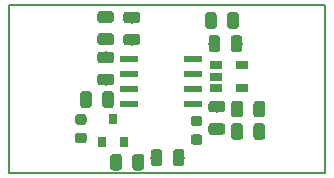
<source format=gbr>
G04 #@! TF.GenerationSoftware,KiCad,Pcbnew,5.1.0*
G04 #@! TF.CreationDate,2019-05-19T21:56:43+02:00*
G04 #@! TF.ProjectId,beeper,62656570-6572-42e6-9b69-6361645f7063,rev?*
G04 #@! TF.SameCoordinates,Original*
G04 #@! TF.FileFunction,Paste,Bot*
G04 #@! TF.FilePolarity,Positive*
%FSLAX46Y46*%
G04 Gerber Fmt 4.6, Leading zero omitted, Abs format (unit mm)*
G04 Created by KiCad (PCBNEW 5.1.0) date 2019-05-19 21:56:43*
%MOMM*%
%LPD*%
G04 APERTURE LIST*
%ADD10C,0.150000*%
%ADD11R,1.060000X0.650000*%
%ADD12C,0.100000*%
%ADD13C,0.875000*%
%ADD14C,0.975000*%
%ADD15R,0.800000X0.900000*%
%ADD16R,1.550000X0.600000*%
G04 APERTURE END LIST*
D10*
X136500000Y-108700000D02*
X136500000Y-94500000D01*
X163300000Y-108700000D02*
X136500000Y-108700000D01*
X163250000Y-94500000D02*
X163300000Y-108700000D01*
X136500000Y-94500000D02*
X163250000Y-94500000D01*
D11*
X154000000Y-101500000D03*
X154000000Y-100550000D03*
X154000000Y-99600000D03*
X156200000Y-99600000D03*
X156200000Y-101500000D03*
D12*
G36*
X142877691Y-105313553D02*
G01*
X142898926Y-105316703D01*
X142919750Y-105321919D01*
X142939962Y-105329151D01*
X142959368Y-105338330D01*
X142977781Y-105349366D01*
X142995024Y-105362154D01*
X143010930Y-105376570D01*
X143025346Y-105392476D01*
X143038134Y-105409719D01*
X143049170Y-105428132D01*
X143058349Y-105447538D01*
X143065581Y-105467750D01*
X143070797Y-105488574D01*
X143073947Y-105509809D01*
X143075000Y-105531250D01*
X143075000Y-105968750D01*
X143073947Y-105990191D01*
X143070797Y-106011426D01*
X143065581Y-106032250D01*
X143058349Y-106052462D01*
X143049170Y-106071868D01*
X143038134Y-106090281D01*
X143025346Y-106107524D01*
X143010930Y-106123430D01*
X142995024Y-106137846D01*
X142977781Y-106150634D01*
X142959368Y-106161670D01*
X142939962Y-106170849D01*
X142919750Y-106178081D01*
X142898926Y-106183297D01*
X142877691Y-106186447D01*
X142856250Y-106187500D01*
X142343750Y-106187500D01*
X142322309Y-106186447D01*
X142301074Y-106183297D01*
X142280250Y-106178081D01*
X142260038Y-106170849D01*
X142240632Y-106161670D01*
X142222219Y-106150634D01*
X142204976Y-106137846D01*
X142189070Y-106123430D01*
X142174654Y-106107524D01*
X142161866Y-106090281D01*
X142150830Y-106071868D01*
X142141651Y-106052462D01*
X142134419Y-106032250D01*
X142129203Y-106011426D01*
X142126053Y-105990191D01*
X142125000Y-105968750D01*
X142125000Y-105531250D01*
X142126053Y-105509809D01*
X142129203Y-105488574D01*
X142134419Y-105467750D01*
X142141651Y-105447538D01*
X142150830Y-105428132D01*
X142161866Y-105409719D01*
X142174654Y-105392476D01*
X142189070Y-105376570D01*
X142204976Y-105362154D01*
X142222219Y-105349366D01*
X142240632Y-105338330D01*
X142260038Y-105329151D01*
X142280250Y-105321919D01*
X142301074Y-105316703D01*
X142322309Y-105313553D01*
X142343750Y-105312500D01*
X142856250Y-105312500D01*
X142877691Y-105313553D01*
X142877691Y-105313553D01*
G37*
D13*
X142600000Y-105750000D03*
D12*
G36*
X142877691Y-103738553D02*
G01*
X142898926Y-103741703D01*
X142919750Y-103746919D01*
X142939962Y-103754151D01*
X142959368Y-103763330D01*
X142977781Y-103774366D01*
X142995024Y-103787154D01*
X143010930Y-103801570D01*
X143025346Y-103817476D01*
X143038134Y-103834719D01*
X143049170Y-103853132D01*
X143058349Y-103872538D01*
X143065581Y-103892750D01*
X143070797Y-103913574D01*
X143073947Y-103934809D01*
X143075000Y-103956250D01*
X143075000Y-104393750D01*
X143073947Y-104415191D01*
X143070797Y-104436426D01*
X143065581Y-104457250D01*
X143058349Y-104477462D01*
X143049170Y-104496868D01*
X143038134Y-104515281D01*
X143025346Y-104532524D01*
X143010930Y-104548430D01*
X142995024Y-104562846D01*
X142977781Y-104575634D01*
X142959368Y-104586670D01*
X142939962Y-104595849D01*
X142919750Y-104603081D01*
X142898926Y-104608297D01*
X142877691Y-104611447D01*
X142856250Y-104612500D01*
X142343750Y-104612500D01*
X142322309Y-104611447D01*
X142301074Y-104608297D01*
X142280250Y-104603081D01*
X142260038Y-104595849D01*
X142240632Y-104586670D01*
X142222219Y-104575634D01*
X142204976Y-104562846D01*
X142189070Y-104548430D01*
X142174654Y-104532524D01*
X142161866Y-104515281D01*
X142150830Y-104496868D01*
X142141651Y-104477462D01*
X142134419Y-104457250D01*
X142129203Y-104436426D01*
X142126053Y-104415191D01*
X142125000Y-104393750D01*
X142125000Y-103956250D01*
X142126053Y-103934809D01*
X142129203Y-103913574D01*
X142134419Y-103892750D01*
X142141651Y-103872538D01*
X142150830Y-103853132D01*
X142161866Y-103834719D01*
X142174654Y-103817476D01*
X142189070Y-103801570D01*
X142204976Y-103787154D01*
X142222219Y-103774366D01*
X142240632Y-103763330D01*
X142260038Y-103754151D01*
X142280250Y-103746919D01*
X142301074Y-103741703D01*
X142322309Y-103738553D01*
X142343750Y-103737500D01*
X142856250Y-103737500D01*
X142877691Y-103738553D01*
X142877691Y-103738553D01*
G37*
D13*
X142600000Y-104175000D03*
D12*
G36*
X154167642Y-97051174D02*
G01*
X154191303Y-97054684D01*
X154214507Y-97060496D01*
X154237029Y-97068554D01*
X154258653Y-97078782D01*
X154279170Y-97091079D01*
X154298383Y-97105329D01*
X154316107Y-97121393D01*
X154332171Y-97139117D01*
X154346421Y-97158330D01*
X154358718Y-97178847D01*
X154368946Y-97200471D01*
X154377004Y-97222993D01*
X154382816Y-97246197D01*
X154386326Y-97269858D01*
X154387500Y-97293750D01*
X154387500Y-98206250D01*
X154386326Y-98230142D01*
X154382816Y-98253803D01*
X154377004Y-98277007D01*
X154368946Y-98299529D01*
X154358718Y-98321153D01*
X154346421Y-98341670D01*
X154332171Y-98360883D01*
X154316107Y-98378607D01*
X154298383Y-98394671D01*
X154279170Y-98408921D01*
X154258653Y-98421218D01*
X154237029Y-98431446D01*
X154214507Y-98439504D01*
X154191303Y-98445316D01*
X154167642Y-98448826D01*
X154143750Y-98450000D01*
X153656250Y-98450000D01*
X153632358Y-98448826D01*
X153608697Y-98445316D01*
X153585493Y-98439504D01*
X153562971Y-98431446D01*
X153541347Y-98421218D01*
X153520830Y-98408921D01*
X153501617Y-98394671D01*
X153483893Y-98378607D01*
X153467829Y-98360883D01*
X153453579Y-98341670D01*
X153441282Y-98321153D01*
X153431054Y-98299529D01*
X153422996Y-98277007D01*
X153417184Y-98253803D01*
X153413674Y-98230142D01*
X153412500Y-98206250D01*
X153412500Y-97293750D01*
X153413674Y-97269858D01*
X153417184Y-97246197D01*
X153422996Y-97222993D01*
X153431054Y-97200471D01*
X153441282Y-97178847D01*
X153453579Y-97158330D01*
X153467829Y-97139117D01*
X153483893Y-97121393D01*
X153501617Y-97105329D01*
X153520830Y-97091079D01*
X153541347Y-97078782D01*
X153562971Y-97068554D01*
X153585493Y-97060496D01*
X153608697Y-97054684D01*
X153632358Y-97051174D01*
X153656250Y-97050000D01*
X154143750Y-97050000D01*
X154167642Y-97051174D01*
X154167642Y-97051174D01*
G37*
D14*
X153900000Y-97750000D03*
D12*
G36*
X156042642Y-97051174D02*
G01*
X156066303Y-97054684D01*
X156089507Y-97060496D01*
X156112029Y-97068554D01*
X156133653Y-97078782D01*
X156154170Y-97091079D01*
X156173383Y-97105329D01*
X156191107Y-97121393D01*
X156207171Y-97139117D01*
X156221421Y-97158330D01*
X156233718Y-97178847D01*
X156243946Y-97200471D01*
X156252004Y-97222993D01*
X156257816Y-97246197D01*
X156261326Y-97269858D01*
X156262500Y-97293750D01*
X156262500Y-98206250D01*
X156261326Y-98230142D01*
X156257816Y-98253803D01*
X156252004Y-98277007D01*
X156243946Y-98299529D01*
X156233718Y-98321153D01*
X156221421Y-98341670D01*
X156207171Y-98360883D01*
X156191107Y-98378607D01*
X156173383Y-98394671D01*
X156154170Y-98408921D01*
X156133653Y-98421218D01*
X156112029Y-98431446D01*
X156089507Y-98439504D01*
X156066303Y-98445316D01*
X156042642Y-98448826D01*
X156018750Y-98450000D01*
X155531250Y-98450000D01*
X155507358Y-98448826D01*
X155483697Y-98445316D01*
X155460493Y-98439504D01*
X155437971Y-98431446D01*
X155416347Y-98421218D01*
X155395830Y-98408921D01*
X155376617Y-98394671D01*
X155358893Y-98378607D01*
X155342829Y-98360883D01*
X155328579Y-98341670D01*
X155316282Y-98321153D01*
X155306054Y-98299529D01*
X155297996Y-98277007D01*
X155292184Y-98253803D01*
X155288674Y-98230142D01*
X155287500Y-98206250D01*
X155287500Y-97293750D01*
X155288674Y-97269858D01*
X155292184Y-97246197D01*
X155297996Y-97222993D01*
X155306054Y-97200471D01*
X155316282Y-97178847D01*
X155328579Y-97158330D01*
X155342829Y-97139117D01*
X155358893Y-97121393D01*
X155376617Y-97105329D01*
X155395830Y-97091079D01*
X155416347Y-97078782D01*
X155437971Y-97068554D01*
X155460493Y-97060496D01*
X155483697Y-97054684D01*
X155507358Y-97051174D01*
X155531250Y-97050000D01*
X156018750Y-97050000D01*
X156042642Y-97051174D01*
X156042642Y-97051174D01*
G37*
D14*
X155775000Y-97750000D03*
D12*
G36*
X152677691Y-105438553D02*
G01*
X152698926Y-105441703D01*
X152719750Y-105446919D01*
X152739962Y-105454151D01*
X152759368Y-105463330D01*
X152777781Y-105474366D01*
X152795024Y-105487154D01*
X152810930Y-105501570D01*
X152825346Y-105517476D01*
X152838134Y-105534719D01*
X152849170Y-105553132D01*
X152858349Y-105572538D01*
X152865581Y-105592750D01*
X152870797Y-105613574D01*
X152873947Y-105634809D01*
X152875000Y-105656250D01*
X152875000Y-106093750D01*
X152873947Y-106115191D01*
X152870797Y-106136426D01*
X152865581Y-106157250D01*
X152858349Y-106177462D01*
X152849170Y-106196868D01*
X152838134Y-106215281D01*
X152825346Y-106232524D01*
X152810930Y-106248430D01*
X152795024Y-106262846D01*
X152777781Y-106275634D01*
X152759368Y-106286670D01*
X152739962Y-106295849D01*
X152719750Y-106303081D01*
X152698926Y-106308297D01*
X152677691Y-106311447D01*
X152656250Y-106312500D01*
X152143750Y-106312500D01*
X152122309Y-106311447D01*
X152101074Y-106308297D01*
X152080250Y-106303081D01*
X152060038Y-106295849D01*
X152040632Y-106286670D01*
X152022219Y-106275634D01*
X152004976Y-106262846D01*
X151989070Y-106248430D01*
X151974654Y-106232524D01*
X151961866Y-106215281D01*
X151950830Y-106196868D01*
X151941651Y-106177462D01*
X151934419Y-106157250D01*
X151929203Y-106136426D01*
X151926053Y-106115191D01*
X151925000Y-106093750D01*
X151925000Y-105656250D01*
X151926053Y-105634809D01*
X151929203Y-105613574D01*
X151934419Y-105592750D01*
X151941651Y-105572538D01*
X151950830Y-105553132D01*
X151961866Y-105534719D01*
X151974654Y-105517476D01*
X151989070Y-105501570D01*
X152004976Y-105487154D01*
X152022219Y-105474366D01*
X152040632Y-105463330D01*
X152060038Y-105454151D01*
X152080250Y-105446919D01*
X152101074Y-105441703D01*
X152122309Y-105438553D01*
X152143750Y-105437500D01*
X152656250Y-105437500D01*
X152677691Y-105438553D01*
X152677691Y-105438553D01*
G37*
D13*
X152400000Y-105875000D03*
D12*
G36*
X152677691Y-103863553D02*
G01*
X152698926Y-103866703D01*
X152719750Y-103871919D01*
X152739962Y-103879151D01*
X152759368Y-103888330D01*
X152777781Y-103899366D01*
X152795024Y-103912154D01*
X152810930Y-103926570D01*
X152825346Y-103942476D01*
X152838134Y-103959719D01*
X152849170Y-103978132D01*
X152858349Y-103997538D01*
X152865581Y-104017750D01*
X152870797Y-104038574D01*
X152873947Y-104059809D01*
X152875000Y-104081250D01*
X152875000Y-104518750D01*
X152873947Y-104540191D01*
X152870797Y-104561426D01*
X152865581Y-104582250D01*
X152858349Y-104602462D01*
X152849170Y-104621868D01*
X152838134Y-104640281D01*
X152825346Y-104657524D01*
X152810930Y-104673430D01*
X152795024Y-104687846D01*
X152777781Y-104700634D01*
X152759368Y-104711670D01*
X152739962Y-104720849D01*
X152719750Y-104728081D01*
X152698926Y-104733297D01*
X152677691Y-104736447D01*
X152656250Y-104737500D01*
X152143750Y-104737500D01*
X152122309Y-104736447D01*
X152101074Y-104733297D01*
X152080250Y-104728081D01*
X152060038Y-104720849D01*
X152040632Y-104711670D01*
X152022219Y-104700634D01*
X152004976Y-104687846D01*
X151989070Y-104673430D01*
X151974654Y-104657524D01*
X151961866Y-104640281D01*
X151950830Y-104621868D01*
X151941651Y-104602462D01*
X151934419Y-104582250D01*
X151929203Y-104561426D01*
X151926053Y-104540191D01*
X151925000Y-104518750D01*
X151925000Y-104081250D01*
X151926053Y-104059809D01*
X151929203Y-104038574D01*
X151934419Y-104017750D01*
X151941651Y-103997538D01*
X151950830Y-103978132D01*
X151961866Y-103959719D01*
X151974654Y-103942476D01*
X151989070Y-103926570D01*
X152004976Y-103912154D01*
X152022219Y-103899366D01*
X152040632Y-103888330D01*
X152060038Y-103879151D01*
X152080250Y-103871919D01*
X152101074Y-103866703D01*
X152122309Y-103863553D01*
X152143750Y-103862500D01*
X152656250Y-103862500D01*
X152677691Y-103863553D01*
X152677691Y-103863553D01*
G37*
D13*
X152400000Y-104300000D03*
D12*
G36*
X154580142Y-102613674D02*
G01*
X154603803Y-102617184D01*
X154627007Y-102622996D01*
X154649529Y-102631054D01*
X154671153Y-102641282D01*
X154691670Y-102653579D01*
X154710883Y-102667829D01*
X154728607Y-102683893D01*
X154744671Y-102701617D01*
X154758921Y-102720830D01*
X154771218Y-102741347D01*
X154781446Y-102762971D01*
X154789504Y-102785493D01*
X154795316Y-102808697D01*
X154798826Y-102832358D01*
X154800000Y-102856250D01*
X154800000Y-103343750D01*
X154798826Y-103367642D01*
X154795316Y-103391303D01*
X154789504Y-103414507D01*
X154781446Y-103437029D01*
X154771218Y-103458653D01*
X154758921Y-103479170D01*
X154744671Y-103498383D01*
X154728607Y-103516107D01*
X154710883Y-103532171D01*
X154691670Y-103546421D01*
X154671153Y-103558718D01*
X154649529Y-103568946D01*
X154627007Y-103577004D01*
X154603803Y-103582816D01*
X154580142Y-103586326D01*
X154556250Y-103587500D01*
X153643750Y-103587500D01*
X153619858Y-103586326D01*
X153596197Y-103582816D01*
X153572993Y-103577004D01*
X153550471Y-103568946D01*
X153528847Y-103558718D01*
X153508330Y-103546421D01*
X153489117Y-103532171D01*
X153471393Y-103516107D01*
X153455329Y-103498383D01*
X153441079Y-103479170D01*
X153428782Y-103458653D01*
X153418554Y-103437029D01*
X153410496Y-103414507D01*
X153404684Y-103391303D01*
X153401174Y-103367642D01*
X153400000Y-103343750D01*
X153400000Y-102856250D01*
X153401174Y-102832358D01*
X153404684Y-102808697D01*
X153410496Y-102785493D01*
X153418554Y-102762971D01*
X153428782Y-102741347D01*
X153441079Y-102720830D01*
X153455329Y-102701617D01*
X153471393Y-102683893D01*
X153489117Y-102667829D01*
X153508330Y-102653579D01*
X153528847Y-102641282D01*
X153550471Y-102631054D01*
X153572993Y-102622996D01*
X153596197Y-102617184D01*
X153619858Y-102613674D01*
X153643750Y-102612500D01*
X154556250Y-102612500D01*
X154580142Y-102613674D01*
X154580142Y-102613674D01*
G37*
D14*
X154100000Y-103100000D03*
D12*
G36*
X154580142Y-104488674D02*
G01*
X154603803Y-104492184D01*
X154627007Y-104497996D01*
X154649529Y-104506054D01*
X154671153Y-104516282D01*
X154691670Y-104528579D01*
X154710883Y-104542829D01*
X154728607Y-104558893D01*
X154744671Y-104576617D01*
X154758921Y-104595830D01*
X154771218Y-104616347D01*
X154781446Y-104637971D01*
X154789504Y-104660493D01*
X154795316Y-104683697D01*
X154798826Y-104707358D01*
X154800000Y-104731250D01*
X154800000Y-105218750D01*
X154798826Y-105242642D01*
X154795316Y-105266303D01*
X154789504Y-105289507D01*
X154781446Y-105312029D01*
X154771218Y-105333653D01*
X154758921Y-105354170D01*
X154744671Y-105373383D01*
X154728607Y-105391107D01*
X154710883Y-105407171D01*
X154691670Y-105421421D01*
X154671153Y-105433718D01*
X154649529Y-105443946D01*
X154627007Y-105452004D01*
X154603803Y-105457816D01*
X154580142Y-105461326D01*
X154556250Y-105462500D01*
X153643750Y-105462500D01*
X153619858Y-105461326D01*
X153596197Y-105457816D01*
X153572993Y-105452004D01*
X153550471Y-105443946D01*
X153528847Y-105433718D01*
X153508330Y-105421421D01*
X153489117Y-105407171D01*
X153471393Y-105391107D01*
X153455329Y-105373383D01*
X153441079Y-105354170D01*
X153428782Y-105333653D01*
X153418554Y-105312029D01*
X153410496Y-105289507D01*
X153404684Y-105266303D01*
X153401174Y-105242642D01*
X153400000Y-105218750D01*
X153400000Y-104731250D01*
X153401174Y-104707358D01*
X153404684Y-104683697D01*
X153410496Y-104660493D01*
X153418554Y-104637971D01*
X153428782Y-104616347D01*
X153441079Y-104595830D01*
X153455329Y-104576617D01*
X153471393Y-104558893D01*
X153489117Y-104542829D01*
X153508330Y-104528579D01*
X153528847Y-104516282D01*
X153550471Y-104506054D01*
X153572993Y-104497996D01*
X153596197Y-104492184D01*
X153619858Y-104488674D01*
X153643750Y-104487500D01*
X154556250Y-104487500D01*
X154580142Y-104488674D01*
X154580142Y-104488674D01*
G37*
D14*
X154100000Y-104975000D03*
D15*
X146250000Y-106100000D03*
X144350000Y-106100000D03*
X145300000Y-104100000D03*
D12*
G36*
X157967642Y-104501174D02*
G01*
X157991303Y-104504684D01*
X158014507Y-104510496D01*
X158037029Y-104518554D01*
X158058653Y-104528782D01*
X158079170Y-104541079D01*
X158098383Y-104555329D01*
X158116107Y-104571393D01*
X158132171Y-104589117D01*
X158146421Y-104608330D01*
X158158718Y-104628847D01*
X158168946Y-104650471D01*
X158177004Y-104672993D01*
X158182816Y-104696197D01*
X158186326Y-104719858D01*
X158187500Y-104743750D01*
X158187500Y-105656250D01*
X158186326Y-105680142D01*
X158182816Y-105703803D01*
X158177004Y-105727007D01*
X158168946Y-105749529D01*
X158158718Y-105771153D01*
X158146421Y-105791670D01*
X158132171Y-105810883D01*
X158116107Y-105828607D01*
X158098383Y-105844671D01*
X158079170Y-105858921D01*
X158058653Y-105871218D01*
X158037029Y-105881446D01*
X158014507Y-105889504D01*
X157991303Y-105895316D01*
X157967642Y-105898826D01*
X157943750Y-105900000D01*
X157456250Y-105900000D01*
X157432358Y-105898826D01*
X157408697Y-105895316D01*
X157385493Y-105889504D01*
X157362971Y-105881446D01*
X157341347Y-105871218D01*
X157320830Y-105858921D01*
X157301617Y-105844671D01*
X157283893Y-105828607D01*
X157267829Y-105810883D01*
X157253579Y-105791670D01*
X157241282Y-105771153D01*
X157231054Y-105749529D01*
X157222996Y-105727007D01*
X157217184Y-105703803D01*
X157213674Y-105680142D01*
X157212500Y-105656250D01*
X157212500Y-104743750D01*
X157213674Y-104719858D01*
X157217184Y-104696197D01*
X157222996Y-104672993D01*
X157231054Y-104650471D01*
X157241282Y-104628847D01*
X157253579Y-104608330D01*
X157267829Y-104589117D01*
X157283893Y-104571393D01*
X157301617Y-104555329D01*
X157320830Y-104541079D01*
X157341347Y-104528782D01*
X157362971Y-104518554D01*
X157385493Y-104510496D01*
X157408697Y-104504684D01*
X157432358Y-104501174D01*
X157456250Y-104500000D01*
X157943750Y-104500000D01*
X157967642Y-104501174D01*
X157967642Y-104501174D01*
G37*
D14*
X157700000Y-105200000D03*
D12*
G36*
X156092642Y-104501174D02*
G01*
X156116303Y-104504684D01*
X156139507Y-104510496D01*
X156162029Y-104518554D01*
X156183653Y-104528782D01*
X156204170Y-104541079D01*
X156223383Y-104555329D01*
X156241107Y-104571393D01*
X156257171Y-104589117D01*
X156271421Y-104608330D01*
X156283718Y-104628847D01*
X156293946Y-104650471D01*
X156302004Y-104672993D01*
X156307816Y-104696197D01*
X156311326Y-104719858D01*
X156312500Y-104743750D01*
X156312500Y-105656250D01*
X156311326Y-105680142D01*
X156307816Y-105703803D01*
X156302004Y-105727007D01*
X156293946Y-105749529D01*
X156283718Y-105771153D01*
X156271421Y-105791670D01*
X156257171Y-105810883D01*
X156241107Y-105828607D01*
X156223383Y-105844671D01*
X156204170Y-105858921D01*
X156183653Y-105871218D01*
X156162029Y-105881446D01*
X156139507Y-105889504D01*
X156116303Y-105895316D01*
X156092642Y-105898826D01*
X156068750Y-105900000D01*
X155581250Y-105900000D01*
X155557358Y-105898826D01*
X155533697Y-105895316D01*
X155510493Y-105889504D01*
X155487971Y-105881446D01*
X155466347Y-105871218D01*
X155445830Y-105858921D01*
X155426617Y-105844671D01*
X155408893Y-105828607D01*
X155392829Y-105810883D01*
X155378579Y-105791670D01*
X155366282Y-105771153D01*
X155356054Y-105749529D01*
X155347996Y-105727007D01*
X155342184Y-105703803D01*
X155338674Y-105680142D01*
X155337500Y-105656250D01*
X155337500Y-104743750D01*
X155338674Y-104719858D01*
X155342184Y-104696197D01*
X155347996Y-104672993D01*
X155356054Y-104650471D01*
X155366282Y-104628847D01*
X155378579Y-104608330D01*
X155392829Y-104589117D01*
X155408893Y-104571393D01*
X155426617Y-104555329D01*
X155445830Y-104541079D01*
X155466347Y-104528782D01*
X155487971Y-104518554D01*
X155510493Y-104510496D01*
X155533697Y-104504684D01*
X155557358Y-104501174D01*
X155581250Y-104500000D01*
X156068750Y-104500000D01*
X156092642Y-104501174D01*
X156092642Y-104501174D01*
G37*
D14*
X155825000Y-105200000D03*
D12*
G36*
X147380142Y-96938674D02*
G01*
X147403803Y-96942184D01*
X147427007Y-96947996D01*
X147449529Y-96956054D01*
X147471153Y-96966282D01*
X147491670Y-96978579D01*
X147510883Y-96992829D01*
X147528607Y-97008893D01*
X147544671Y-97026617D01*
X147558921Y-97045830D01*
X147571218Y-97066347D01*
X147581446Y-97087971D01*
X147589504Y-97110493D01*
X147595316Y-97133697D01*
X147598826Y-97157358D01*
X147600000Y-97181250D01*
X147600000Y-97668750D01*
X147598826Y-97692642D01*
X147595316Y-97716303D01*
X147589504Y-97739507D01*
X147581446Y-97762029D01*
X147571218Y-97783653D01*
X147558921Y-97804170D01*
X147544671Y-97823383D01*
X147528607Y-97841107D01*
X147510883Y-97857171D01*
X147491670Y-97871421D01*
X147471153Y-97883718D01*
X147449529Y-97893946D01*
X147427007Y-97902004D01*
X147403803Y-97907816D01*
X147380142Y-97911326D01*
X147356250Y-97912500D01*
X146443750Y-97912500D01*
X146419858Y-97911326D01*
X146396197Y-97907816D01*
X146372993Y-97902004D01*
X146350471Y-97893946D01*
X146328847Y-97883718D01*
X146308330Y-97871421D01*
X146289117Y-97857171D01*
X146271393Y-97841107D01*
X146255329Y-97823383D01*
X146241079Y-97804170D01*
X146228782Y-97783653D01*
X146218554Y-97762029D01*
X146210496Y-97739507D01*
X146204684Y-97716303D01*
X146201174Y-97692642D01*
X146200000Y-97668750D01*
X146200000Y-97181250D01*
X146201174Y-97157358D01*
X146204684Y-97133697D01*
X146210496Y-97110493D01*
X146218554Y-97087971D01*
X146228782Y-97066347D01*
X146241079Y-97045830D01*
X146255329Y-97026617D01*
X146271393Y-97008893D01*
X146289117Y-96992829D01*
X146308330Y-96978579D01*
X146328847Y-96966282D01*
X146350471Y-96956054D01*
X146372993Y-96947996D01*
X146396197Y-96942184D01*
X146419858Y-96938674D01*
X146443750Y-96937500D01*
X147356250Y-96937500D01*
X147380142Y-96938674D01*
X147380142Y-96938674D01*
G37*
D14*
X146900000Y-97425000D03*
D12*
G36*
X147380142Y-95063674D02*
G01*
X147403803Y-95067184D01*
X147427007Y-95072996D01*
X147449529Y-95081054D01*
X147471153Y-95091282D01*
X147491670Y-95103579D01*
X147510883Y-95117829D01*
X147528607Y-95133893D01*
X147544671Y-95151617D01*
X147558921Y-95170830D01*
X147571218Y-95191347D01*
X147581446Y-95212971D01*
X147589504Y-95235493D01*
X147595316Y-95258697D01*
X147598826Y-95282358D01*
X147600000Y-95306250D01*
X147600000Y-95793750D01*
X147598826Y-95817642D01*
X147595316Y-95841303D01*
X147589504Y-95864507D01*
X147581446Y-95887029D01*
X147571218Y-95908653D01*
X147558921Y-95929170D01*
X147544671Y-95948383D01*
X147528607Y-95966107D01*
X147510883Y-95982171D01*
X147491670Y-95996421D01*
X147471153Y-96008718D01*
X147449529Y-96018946D01*
X147427007Y-96027004D01*
X147403803Y-96032816D01*
X147380142Y-96036326D01*
X147356250Y-96037500D01*
X146443750Y-96037500D01*
X146419858Y-96036326D01*
X146396197Y-96032816D01*
X146372993Y-96027004D01*
X146350471Y-96018946D01*
X146328847Y-96008718D01*
X146308330Y-95996421D01*
X146289117Y-95982171D01*
X146271393Y-95966107D01*
X146255329Y-95948383D01*
X146241079Y-95929170D01*
X146228782Y-95908653D01*
X146218554Y-95887029D01*
X146210496Y-95864507D01*
X146204684Y-95841303D01*
X146201174Y-95817642D01*
X146200000Y-95793750D01*
X146200000Y-95306250D01*
X146201174Y-95282358D01*
X146204684Y-95258697D01*
X146210496Y-95235493D01*
X146218554Y-95212971D01*
X146228782Y-95191347D01*
X146241079Y-95170830D01*
X146255329Y-95151617D01*
X146271393Y-95133893D01*
X146289117Y-95117829D01*
X146308330Y-95103579D01*
X146328847Y-95091282D01*
X146350471Y-95081054D01*
X146372993Y-95072996D01*
X146396197Y-95067184D01*
X146419858Y-95063674D01*
X146443750Y-95062500D01*
X147356250Y-95062500D01*
X147380142Y-95063674D01*
X147380142Y-95063674D01*
G37*
D14*
X146900000Y-95550000D03*
D12*
G36*
X145180142Y-100313674D02*
G01*
X145203803Y-100317184D01*
X145227007Y-100322996D01*
X145249529Y-100331054D01*
X145271153Y-100341282D01*
X145291670Y-100353579D01*
X145310883Y-100367829D01*
X145328607Y-100383893D01*
X145344671Y-100401617D01*
X145358921Y-100420830D01*
X145371218Y-100441347D01*
X145381446Y-100462971D01*
X145389504Y-100485493D01*
X145395316Y-100508697D01*
X145398826Y-100532358D01*
X145400000Y-100556250D01*
X145400000Y-101043750D01*
X145398826Y-101067642D01*
X145395316Y-101091303D01*
X145389504Y-101114507D01*
X145381446Y-101137029D01*
X145371218Y-101158653D01*
X145358921Y-101179170D01*
X145344671Y-101198383D01*
X145328607Y-101216107D01*
X145310883Y-101232171D01*
X145291670Y-101246421D01*
X145271153Y-101258718D01*
X145249529Y-101268946D01*
X145227007Y-101277004D01*
X145203803Y-101282816D01*
X145180142Y-101286326D01*
X145156250Y-101287500D01*
X144243750Y-101287500D01*
X144219858Y-101286326D01*
X144196197Y-101282816D01*
X144172993Y-101277004D01*
X144150471Y-101268946D01*
X144128847Y-101258718D01*
X144108330Y-101246421D01*
X144089117Y-101232171D01*
X144071393Y-101216107D01*
X144055329Y-101198383D01*
X144041079Y-101179170D01*
X144028782Y-101158653D01*
X144018554Y-101137029D01*
X144010496Y-101114507D01*
X144004684Y-101091303D01*
X144001174Y-101067642D01*
X144000000Y-101043750D01*
X144000000Y-100556250D01*
X144001174Y-100532358D01*
X144004684Y-100508697D01*
X144010496Y-100485493D01*
X144018554Y-100462971D01*
X144028782Y-100441347D01*
X144041079Y-100420830D01*
X144055329Y-100401617D01*
X144071393Y-100383893D01*
X144089117Y-100367829D01*
X144108330Y-100353579D01*
X144128847Y-100341282D01*
X144150471Y-100331054D01*
X144172993Y-100322996D01*
X144196197Y-100317184D01*
X144219858Y-100313674D01*
X144243750Y-100312500D01*
X145156250Y-100312500D01*
X145180142Y-100313674D01*
X145180142Y-100313674D01*
G37*
D14*
X144700000Y-100800000D03*
D12*
G36*
X145180142Y-98438674D02*
G01*
X145203803Y-98442184D01*
X145227007Y-98447996D01*
X145249529Y-98456054D01*
X145271153Y-98466282D01*
X145291670Y-98478579D01*
X145310883Y-98492829D01*
X145328607Y-98508893D01*
X145344671Y-98526617D01*
X145358921Y-98545830D01*
X145371218Y-98566347D01*
X145381446Y-98587971D01*
X145389504Y-98610493D01*
X145395316Y-98633697D01*
X145398826Y-98657358D01*
X145400000Y-98681250D01*
X145400000Y-99168750D01*
X145398826Y-99192642D01*
X145395316Y-99216303D01*
X145389504Y-99239507D01*
X145381446Y-99262029D01*
X145371218Y-99283653D01*
X145358921Y-99304170D01*
X145344671Y-99323383D01*
X145328607Y-99341107D01*
X145310883Y-99357171D01*
X145291670Y-99371421D01*
X145271153Y-99383718D01*
X145249529Y-99393946D01*
X145227007Y-99402004D01*
X145203803Y-99407816D01*
X145180142Y-99411326D01*
X145156250Y-99412500D01*
X144243750Y-99412500D01*
X144219858Y-99411326D01*
X144196197Y-99407816D01*
X144172993Y-99402004D01*
X144150471Y-99393946D01*
X144128847Y-99383718D01*
X144108330Y-99371421D01*
X144089117Y-99357171D01*
X144071393Y-99341107D01*
X144055329Y-99323383D01*
X144041079Y-99304170D01*
X144028782Y-99283653D01*
X144018554Y-99262029D01*
X144010496Y-99239507D01*
X144004684Y-99216303D01*
X144001174Y-99192642D01*
X144000000Y-99168750D01*
X144000000Y-98681250D01*
X144001174Y-98657358D01*
X144004684Y-98633697D01*
X144010496Y-98610493D01*
X144018554Y-98587971D01*
X144028782Y-98566347D01*
X144041079Y-98545830D01*
X144055329Y-98526617D01*
X144071393Y-98508893D01*
X144089117Y-98492829D01*
X144108330Y-98478579D01*
X144128847Y-98466282D01*
X144150471Y-98456054D01*
X144172993Y-98447996D01*
X144196197Y-98442184D01*
X144219858Y-98438674D01*
X144243750Y-98437500D01*
X145156250Y-98437500D01*
X145180142Y-98438674D01*
X145180142Y-98438674D01*
G37*
D14*
X144700000Y-98925000D03*
D12*
G36*
X145180142Y-96888674D02*
G01*
X145203803Y-96892184D01*
X145227007Y-96897996D01*
X145249529Y-96906054D01*
X145271153Y-96916282D01*
X145291670Y-96928579D01*
X145310883Y-96942829D01*
X145328607Y-96958893D01*
X145344671Y-96976617D01*
X145358921Y-96995830D01*
X145371218Y-97016347D01*
X145381446Y-97037971D01*
X145389504Y-97060493D01*
X145395316Y-97083697D01*
X145398826Y-97107358D01*
X145400000Y-97131250D01*
X145400000Y-97618750D01*
X145398826Y-97642642D01*
X145395316Y-97666303D01*
X145389504Y-97689507D01*
X145381446Y-97712029D01*
X145371218Y-97733653D01*
X145358921Y-97754170D01*
X145344671Y-97773383D01*
X145328607Y-97791107D01*
X145310883Y-97807171D01*
X145291670Y-97821421D01*
X145271153Y-97833718D01*
X145249529Y-97843946D01*
X145227007Y-97852004D01*
X145203803Y-97857816D01*
X145180142Y-97861326D01*
X145156250Y-97862500D01*
X144243750Y-97862500D01*
X144219858Y-97861326D01*
X144196197Y-97857816D01*
X144172993Y-97852004D01*
X144150471Y-97843946D01*
X144128847Y-97833718D01*
X144108330Y-97821421D01*
X144089117Y-97807171D01*
X144071393Y-97791107D01*
X144055329Y-97773383D01*
X144041079Y-97754170D01*
X144028782Y-97733653D01*
X144018554Y-97712029D01*
X144010496Y-97689507D01*
X144004684Y-97666303D01*
X144001174Y-97642642D01*
X144000000Y-97618750D01*
X144000000Y-97131250D01*
X144001174Y-97107358D01*
X144004684Y-97083697D01*
X144010496Y-97060493D01*
X144018554Y-97037971D01*
X144028782Y-97016347D01*
X144041079Y-96995830D01*
X144055329Y-96976617D01*
X144071393Y-96958893D01*
X144089117Y-96942829D01*
X144108330Y-96928579D01*
X144128847Y-96916282D01*
X144150471Y-96906054D01*
X144172993Y-96897996D01*
X144196197Y-96892184D01*
X144219858Y-96888674D01*
X144243750Y-96887500D01*
X145156250Y-96887500D01*
X145180142Y-96888674D01*
X145180142Y-96888674D01*
G37*
D14*
X144700000Y-97375000D03*
D12*
G36*
X145180142Y-95013674D02*
G01*
X145203803Y-95017184D01*
X145227007Y-95022996D01*
X145249529Y-95031054D01*
X145271153Y-95041282D01*
X145291670Y-95053579D01*
X145310883Y-95067829D01*
X145328607Y-95083893D01*
X145344671Y-95101617D01*
X145358921Y-95120830D01*
X145371218Y-95141347D01*
X145381446Y-95162971D01*
X145389504Y-95185493D01*
X145395316Y-95208697D01*
X145398826Y-95232358D01*
X145400000Y-95256250D01*
X145400000Y-95743750D01*
X145398826Y-95767642D01*
X145395316Y-95791303D01*
X145389504Y-95814507D01*
X145381446Y-95837029D01*
X145371218Y-95858653D01*
X145358921Y-95879170D01*
X145344671Y-95898383D01*
X145328607Y-95916107D01*
X145310883Y-95932171D01*
X145291670Y-95946421D01*
X145271153Y-95958718D01*
X145249529Y-95968946D01*
X145227007Y-95977004D01*
X145203803Y-95982816D01*
X145180142Y-95986326D01*
X145156250Y-95987500D01*
X144243750Y-95987500D01*
X144219858Y-95986326D01*
X144196197Y-95982816D01*
X144172993Y-95977004D01*
X144150471Y-95968946D01*
X144128847Y-95958718D01*
X144108330Y-95946421D01*
X144089117Y-95932171D01*
X144071393Y-95916107D01*
X144055329Y-95898383D01*
X144041079Y-95879170D01*
X144028782Y-95858653D01*
X144018554Y-95837029D01*
X144010496Y-95814507D01*
X144004684Y-95791303D01*
X144001174Y-95767642D01*
X144000000Y-95743750D01*
X144000000Y-95256250D01*
X144001174Y-95232358D01*
X144004684Y-95208697D01*
X144010496Y-95185493D01*
X144018554Y-95162971D01*
X144028782Y-95141347D01*
X144041079Y-95120830D01*
X144055329Y-95101617D01*
X144071393Y-95083893D01*
X144089117Y-95067829D01*
X144108330Y-95053579D01*
X144128847Y-95041282D01*
X144150471Y-95031054D01*
X144172993Y-95022996D01*
X144196197Y-95017184D01*
X144219858Y-95013674D01*
X144243750Y-95012500D01*
X145156250Y-95012500D01*
X145180142Y-95013674D01*
X145180142Y-95013674D01*
G37*
D14*
X144700000Y-95500000D03*
D12*
G36*
X145167642Y-101801174D02*
G01*
X145191303Y-101804684D01*
X145214507Y-101810496D01*
X145237029Y-101818554D01*
X145258653Y-101828782D01*
X145279170Y-101841079D01*
X145298383Y-101855329D01*
X145316107Y-101871393D01*
X145332171Y-101889117D01*
X145346421Y-101908330D01*
X145358718Y-101928847D01*
X145368946Y-101950471D01*
X145377004Y-101972993D01*
X145382816Y-101996197D01*
X145386326Y-102019858D01*
X145387500Y-102043750D01*
X145387500Y-102956250D01*
X145386326Y-102980142D01*
X145382816Y-103003803D01*
X145377004Y-103027007D01*
X145368946Y-103049529D01*
X145358718Y-103071153D01*
X145346421Y-103091670D01*
X145332171Y-103110883D01*
X145316107Y-103128607D01*
X145298383Y-103144671D01*
X145279170Y-103158921D01*
X145258653Y-103171218D01*
X145237029Y-103181446D01*
X145214507Y-103189504D01*
X145191303Y-103195316D01*
X145167642Y-103198826D01*
X145143750Y-103200000D01*
X144656250Y-103200000D01*
X144632358Y-103198826D01*
X144608697Y-103195316D01*
X144585493Y-103189504D01*
X144562971Y-103181446D01*
X144541347Y-103171218D01*
X144520830Y-103158921D01*
X144501617Y-103144671D01*
X144483893Y-103128607D01*
X144467829Y-103110883D01*
X144453579Y-103091670D01*
X144441282Y-103071153D01*
X144431054Y-103049529D01*
X144422996Y-103027007D01*
X144417184Y-103003803D01*
X144413674Y-102980142D01*
X144412500Y-102956250D01*
X144412500Y-102043750D01*
X144413674Y-102019858D01*
X144417184Y-101996197D01*
X144422996Y-101972993D01*
X144431054Y-101950471D01*
X144441282Y-101928847D01*
X144453579Y-101908330D01*
X144467829Y-101889117D01*
X144483893Y-101871393D01*
X144501617Y-101855329D01*
X144520830Y-101841079D01*
X144541347Y-101828782D01*
X144562971Y-101818554D01*
X144585493Y-101810496D01*
X144608697Y-101804684D01*
X144632358Y-101801174D01*
X144656250Y-101800000D01*
X145143750Y-101800000D01*
X145167642Y-101801174D01*
X145167642Y-101801174D01*
G37*
D14*
X144900000Y-102500000D03*
D12*
G36*
X143292642Y-101801174D02*
G01*
X143316303Y-101804684D01*
X143339507Y-101810496D01*
X143362029Y-101818554D01*
X143383653Y-101828782D01*
X143404170Y-101841079D01*
X143423383Y-101855329D01*
X143441107Y-101871393D01*
X143457171Y-101889117D01*
X143471421Y-101908330D01*
X143483718Y-101928847D01*
X143493946Y-101950471D01*
X143502004Y-101972993D01*
X143507816Y-101996197D01*
X143511326Y-102019858D01*
X143512500Y-102043750D01*
X143512500Y-102956250D01*
X143511326Y-102980142D01*
X143507816Y-103003803D01*
X143502004Y-103027007D01*
X143493946Y-103049529D01*
X143483718Y-103071153D01*
X143471421Y-103091670D01*
X143457171Y-103110883D01*
X143441107Y-103128607D01*
X143423383Y-103144671D01*
X143404170Y-103158921D01*
X143383653Y-103171218D01*
X143362029Y-103181446D01*
X143339507Y-103189504D01*
X143316303Y-103195316D01*
X143292642Y-103198826D01*
X143268750Y-103200000D01*
X142781250Y-103200000D01*
X142757358Y-103198826D01*
X142733697Y-103195316D01*
X142710493Y-103189504D01*
X142687971Y-103181446D01*
X142666347Y-103171218D01*
X142645830Y-103158921D01*
X142626617Y-103144671D01*
X142608893Y-103128607D01*
X142592829Y-103110883D01*
X142578579Y-103091670D01*
X142566282Y-103071153D01*
X142556054Y-103049529D01*
X142547996Y-103027007D01*
X142542184Y-103003803D01*
X142538674Y-102980142D01*
X142537500Y-102956250D01*
X142537500Y-102043750D01*
X142538674Y-102019858D01*
X142542184Y-101996197D01*
X142547996Y-101972993D01*
X142556054Y-101950471D01*
X142566282Y-101928847D01*
X142578579Y-101908330D01*
X142592829Y-101889117D01*
X142608893Y-101871393D01*
X142626617Y-101855329D01*
X142645830Y-101841079D01*
X142666347Y-101828782D01*
X142687971Y-101818554D01*
X142710493Y-101810496D01*
X142733697Y-101804684D01*
X142757358Y-101801174D01*
X142781250Y-101800000D01*
X143268750Y-101800000D01*
X143292642Y-101801174D01*
X143292642Y-101801174D01*
G37*
D14*
X143025000Y-102500000D03*
D12*
G36*
X155742642Y-95101174D02*
G01*
X155766303Y-95104684D01*
X155789507Y-95110496D01*
X155812029Y-95118554D01*
X155833653Y-95128782D01*
X155854170Y-95141079D01*
X155873383Y-95155329D01*
X155891107Y-95171393D01*
X155907171Y-95189117D01*
X155921421Y-95208330D01*
X155933718Y-95228847D01*
X155943946Y-95250471D01*
X155952004Y-95272993D01*
X155957816Y-95296197D01*
X155961326Y-95319858D01*
X155962500Y-95343750D01*
X155962500Y-96256250D01*
X155961326Y-96280142D01*
X155957816Y-96303803D01*
X155952004Y-96327007D01*
X155943946Y-96349529D01*
X155933718Y-96371153D01*
X155921421Y-96391670D01*
X155907171Y-96410883D01*
X155891107Y-96428607D01*
X155873383Y-96444671D01*
X155854170Y-96458921D01*
X155833653Y-96471218D01*
X155812029Y-96481446D01*
X155789507Y-96489504D01*
X155766303Y-96495316D01*
X155742642Y-96498826D01*
X155718750Y-96500000D01*
X155231250Y-96500000D01*
X155207358Y-96498826D01*
X155183697Y-96495316D01*
X155160493Y-96489504D01*
X155137971Y-96481446D01*
X155116347Y-96471218D01*
X155095830Y-96458921D01*
X155076617Y-96444671D01*
X155058893Y-96428607D01*
X155042829Y-96410883D01*
X155028579Y-96391670D01*
X155016282Y-96371153D01*
X155006054Y-96349529D01*
X154997996Y-96327007D01*
X154992184Y-96303803D01*
X154988674Y-96280142D01*
X154987500Y-96256250D01*
X154987500Y-95343750D01*
X154988674Y-95319858D01*
X154992184Y-95296197D01*
X154997996Y-95272993D01*
X155006054Y-95250471D01*
X155016282Y-95228847D01*
X155028579Y-95208330D01*
X155042829Y-95189117D01*
X155058893Y-95171393D01*
X155076617Y-95155329D01*
X155095830Y-95141079D01*
X155116347Y-95128782D01*
X155137971Y-95118554D01*
X155160493Y-95110496D01*
X155183697Y-95104684D01*
X155207358Y-95101174D01*
X155231250Y-95100000D01*
X155718750Y-95100000D01*
X155742642Y-95101174D01*
X155742642Y-95101174D01*
G37*
D14*
X155475000Y-95800000D03*
D12*
G36*
X153867642Y-95101174D02*
G01*
X153891303Y-95104684D01*
X153914507Y-95110496D01*
X153937029Y-95118554D01*
X153958653Y-95128782D01*
X153979170Y-95141079D01*
X153998383Y-95155329D01*
X154016107Y-95171393D01*
X154032171Y-95189117D01*
X154046421Y-95208330D01*
X154058718Y-95228847D01*
X154068946Y-95250471D01*
X154077004Y-95272993D01*
X154082816Y-95296197D01*
X154086326Y-95319858D01*
X154087500Y-95343750D01*
X154087500Y-96256250D01*
X154086326Y-96280142D01*
X154082816Y-96303803D01*
X154077004Y-96327007D01*
X154068946Y-96349529D01*
X154058718Y-96371153D01*
X154046421Y-96391670D01*
X154032171Y-96410883D01*
X154016107Y-96428607D01*
X153998383Y-96444671D01*
X153979170Y-96458921D01*
X153958653Y-96471218D01*
X153937029Y-96481446D01*
X153914507Y-96489504D01*
X153891303Y-96495316D01*
X153867642Y-96498826D01*
X153843750Y-96500000D01*
X153356250Y-96500000D01*
X153332358Y-96498826D01*
X153308697Y-96495316D01*
X153285493Y-96489504D01*
X153262971Y-96481446D01*
X153241347Y-96471218D01*
X153220830Y-96458921D01*
X153201617Y-96444671D01*
X153183893Y-96428607D01*
X153167829Y-96410883D01*
X153153579Y-96391670D01*
X153141282Y-96371153D01*
X153131054Y-96349529D01*
X153122996Y-96327007D01*
X153117184Y-96303803D01*
X153113674Y-96280142D01*
X153112500Y-96256250D01*
X153112500Y-95343750D01*
X153113674Y-95319858D01*
X153117184Y-95296197D01*
X153122996Y-95272993D01*
X153131054Y-95250471D01*
X153141282Y-95228847D01*
X153153579Y-95208330D01*
X153167829Y-95189117D01*
X153183893Y-95171393D01*
X153201617Y-95155329D01*
X153220830Y-95141079D01*
X153241347Y-95128782D01*
X153262971Y-95118554D01*
X153285493Y-95110496D01*
X153308697Y-95104684D01*
X153332358Y-95101174D01*
X153356250Y-95100000D01*
X153843750Y-95100000D01*
X153867642Y-95101174D01*
X153867642Y-95101174D01*
G37*
D14*
X153600000Y-95800000D03*
D12*
G36*
X151142642Y-106701174D02*
G01*
X151166303Y-106704684D01*
X151189507Y-106710496D01*
X151212029Y-106718554D01*
X151233653Y-106728782D01*
X151254170Y-106741079D01*
X151273383Y-106755329D01*
X151291107Y-106771393D01*
X151307171Y-106789117D01*
X151321421Y-106808330D01*
X151333718Y-106828847D01*
X151343946Y-106850471D01*
X151352004Y-106872993D01*
X151357816Y-106896197D01*
X151361326Y-106919858D01*
X151362500Y-106943750D01*
X151362500Y-107856250D01*
X151361326Y-107880142D01*
X151357816Y-107903803D01*
X151352004Y-107927007D01*
X151343946Y-107949529D01*
X151333718Y-107971153D01*
X151321421Y-107991670D01*
X151307171Y-108010883D01*
X151291107Y-108028607D01*
X151273383Y-108044671D01*
X151254170Y-108058921D01*
X151233653Y-108071218D01*
X151212029Y-108081446D01*
X151189507Y-108089504D01*
X151166303Y-108095316D01*
X151142642Y-108098826D01*
X151118750Y-108100000D01*
X150631250Y-108100000D01*
X150607358Y-108098826D01*
X150583697Y-108095316D01*
X150560493Y-108089504D01*
X150537971Y-108081446D01*
X150516347Y-108071218D01*
X150495830Y-108058921D01*
X150476617Y-108044671D01*
X150458893Y-108028607D01*
X150442829Y-108010883D01*
X150428579Y-107991670D01*
X150416282Y-107971153D01*
X150406054Y-107949529D01*
X150397996Y-107927007D01*
X150392184Y-107903803D01*
X150388674Y-107880142D01*
X150387500Y-107856250D01*
X150387500Y-106943750D01*
X150388674Y-106919858D01*
X150392184Y-106896197D01*
X150397996Y-106872993D01*
X150406054Y-106850471D01*
X150416282Y-106828847D01*
X150428579Y-106808330D01*
X150442829Y-106789117D01*
X150458893Y-106771393D01*
X150476617Y-106755329D01*
X150495830Y-106741079D01*
X150516347Y-106728782D01*
X150537971Y-106718554D01*
X150560493Y-106710496D01*
X150583697Y-106704684D01*
X150607358Y-106701174D01*
X150631250Y-106700000D01*
X151118750Y-106700000D01*
X151142642Y-106701174D01*
X151142642Y-106701174D01*
G37*
D14*
X150875000Y-107400000D03*
D12*
G36*
X149267642Y-106701174D02*
G01*
X149291303Y-106704684D01*
X149314507Y-106710496D01*
X149337029Y-106718554D01*
X149358653Y-106728782D01*
X149379170Y-106741079D01*
X149398383Y-106755329D01*
X149416107Y-106771393D01*
X149432171Y-106789117D01*
X149446421Y-106808330D01*
X149458718Y-106828847D01*
X149468946Y-106850471D01*
X149477004Y-106872993D01*
X149482816Y-106896197D01*
X149486326Y-106919858D01*
X149487500Y-106943750D01*
X149487500Y-107856250D01*
X149486326Y-107880142D01*
X149482816Y-107903803D01*
X149477004Y-107927007D01*
X149468946Y-107949529D01*
X149458718Y-107971153D01*
X149446421Y-107991670D01*
X149432171Y-108010883D01*
X149416107Y-108028607D01*
X149398383Y-108044671D01*
X149379170Y-108058921D01*
X149358653Y-108071218D01*
X149337029Y-108081446D01*
X149314507Y-108089504D01*
X149291303Y-108095316D01*
X149267642Y-108098826D01*
X149243750Y-108100000D01*
X148756250Y-108100000D01*
X148732358Y-108098826D01*
X148708697Y-108095316D01*
X148685493Y-108089504D01*
X148662971Y-108081446D01*
X148641347Y-108071218D01*
X148620830Y-108058921D01*
X148601617Y-108044671D01*
X148583893Y-108028607D01*
X148567829Y-108010883D01*
X148553579Y-107991670D01*
X148541282Y-107971153D01*
X148531054Y-107949529D01*
X148522996Y-107927007D01*
X148517184Y-107903803D01*
X148513674Y-107880142D01*
X148512500Y-107856250D01*
X148512500Y-106943750D01*
X148513674Y-106919858D01*
X148517184Y-106896197D01*
X148522996Y-106872993D01*
X148531054Y-106850471D01*
X148541282Y-106828847D01*
X148553579Y-106808330D01*
X148567829Y-106789117D01*
X148583893Y-106771393D01*
X148601617Y-106755329D01*
X148620830Y-106741079D01*
X148641347Y-106728782D01*
X148662971Y-106718554D01*
X148685493Y-106710496D01*
X148708697Y-106704684D01*
X148732358Y-106701174D01*
X148756250Y-106700000D01*
X149243750Y-106700000D01*
X149267642Y-106701174D01*
X149267642Y-106701174D01*
G37*
D14*
X149000000Y-107400000D03*
D12*
G36*
X156092642Y-102601174D02*
G01*
X156116303Y-102604684D01*
X156139507Y-102610496D01*
X156162029Y-102618554D01*
X156183653Y-102628782D01*
X156204170Y-102641079D01*
X156223383Y-102655329D01*
X156241107Y-102671393D01*
X156257171Y-102689117D01*
X156271421Y-102708330D01*
X156283718Y-102728847D01*
X156293946Y-102750471D01*
X156302004Y-102772993D01*
X156307816Y-102796197D01*
X156311326Y-102819858D01*
X156312500Y-102843750D01*
X156312500Y-103756250D01*
X156311326Y-103780142D01*
X156307816Y-103803803D01*
X156302004Y-103827007D01*
X156293946Y-103849529D01*
X156283718Y-103871153D01*
X156271421Y-103891670D01*
X156257171Y-103910883D01*
X156241107Y-103928607D01*
X156223383Y-103944671D01*
X156204170Y-103958921D01*
X156183653Y-103971218D01*
X156162029Y-103981446D01*
X156139507Y-103989504D01*
X156116303Y-103995316D01*
X156092642Y-103998826D01*
X156068750Y-104000000D01*
X155581250Y-104000000D01*
X155557358Y-103998826D01*
X155533697Y-103995316D01*
X155510493Y-103989504D01*
X155487971Y-103981446D01*
X155466347Y-103971218D01*
X155445830Y-103958921D01*
X155426617Y-103944671D01*
X155408893Y-103928607D01*
X155392829Y-103910883D01*
X155378579Y-103891670D01*
X155366282Y-103871153D01*
X155356054Y-103849529D01*
X155347996Y-103827007D01*
X155342184Y-103803803D01*
X155338674Y-103780142D01*
X155337500Y-103756250D01*
X155337500Y-102843750D01*
X155338674Y-102819858D01*
X155342184Y-102796197D01*
X155347996Y-102772993D01*
X155356054Y-102750471D01*
X155366282Y-102728847D01*
X155378579Y-102708330D01*
X155392829Y-102689117D01*
X155408893Y-102671393D01*
X155426617Y-102655329D01*
X155445830Y-102641079D01*
X155466347Y-102628782D01*
X155487971Y-102618554D01*
X155510493Y-102610496D01*
X155533697Y-102604684D01*
X155557358Y-102601174D01*
X155581250Y-102600000D01*
X156068750Y-102600000D01*
X156092642Y-102601174D01*
X156092642Y-102601174D01*
G37*
D14*
X155825000Y-103300000D03*
D12*
G36*
X157967642Y-102601174D02*
G01*
X157991303Y-102604684D01*
X158014507Y-102610496D01*
X158037029Y-102618554D01*
X158058653Y-102628782D01*
X158079170Y-102641079D01*
X158098383Y-102655329D01*
X158116107Y-102671393D01*
X158132171Y-102689117D01*
X158146421Y-102708330D01*
X158158718Y-102728847D01*
X158168946Y-102750471D01*
X158177004Y-102772993D01*
X158182816Y-102796197D01*
X158186326Y-102819858D01*
X158187500Y-102843750D01*
X158187500Y-103756250D01*
X158186326Y-103780142D01*
X158182816Y-103803803D01*
X158177004Y-103827007D01*
X158168946Y-103849529D01*
X158158718Y-103871153D01*
X158146421Y-103891670D01*
X158132171Y-103910883D01*
X158116107Y-103928607D01*
X158098383Y-103944671D01*
X158079170Y-103958921D01*
X158058653Y-103971218D01*
X158037029Y-103981446D01*
X158014507Y-103989504D01*
X157991303Y-103995316D01*
X157967642Y-103998826D01*
X157943750Y-104000000D01*
X157456250Y-104000000D01*
X157432358Y-103998826D01*
X157408697Y-103995316D01*
X157385493Y-103989504D01*
X157362971Y-103981446D01*
X157341347Y-103971218D01*
X157320830Y-103958921D01*
X157301617Y-103944671D01*
X157283893Y-103928607D01*
X157267829Y-103910883D01*
X157253579Y-103891670D01*
X157241282Y-103871153D01*
X157231054Y-103849529D01*
X157222996Y-103827007D01*
X157217184Y-103803803D01*
X157213674Y-103780142D01*
X157212500Y-103756250D01*
X157212500Y-102843750D01*
X157213674Y-102819858D01*
X157217184Y-102796197D01*
X157222996Y-102772993D01*
X157231054Y-102750471D01*
X157241282Y-102728847D01*
X157253579Y-102708330D01*
X157267829Y-102689117D01*
X157283893Y-102671393D01*
X157301617Y-102655329D01*
X157320830Y-102641079D01*
X157341347Y-102628782D01*
X157362971Y-102618554D01*
X157385493Y-102610496D01*
X157408697Y-102604684D01*
X157432358Y-102601174D01*
X157456250Y-102600000D01*
X157943750Y-102600000D01*
X157967642Y-102601174D01*
X157967642Y-102601174D01*
G37*
D14*
X157700000Y-103300000D03*
D12*
G36*
X147717642Y-107101174D02*
G01*
X147741303Y-107104684D01*
X147764507Y-107110496D01*
X147787029Y-107118554D01*
X147808653Y-107128782D01*
X147829170Y-107141079D01*
X147848383Y-107155329D01*
X147866107Y-107171393D01*
X147882171Y-107189117D01*
X147896421Y-107208330D01*
X147908718Y-107228847D01*
X147918946Y-107250471D01*
X147927004Y-107272993D01*
X147932816Y-107296197D01*
X147936326Y-107319858D01*
X147937500Y-107343750D01*
X147937500Y-108256250D01*
X147936326Y-108280142D01*
X147932816Y-108303803D01*
X147927004Y-108327007D01*
X147918946Y-108349529D01*
X147908718Y-108371153D01*
X147896421Y-108391670D01*
X147882171Y-108410883D01*
X147866107Y-108428607D01*
X147848383Y-108444671D01*
X147829170Y-108458921D01*
X147808653Y-108471218D01*
X147787029Y-108481446D01*
X147764507Y-108489504D01*
X147741303Y-108495316D01*
X147717642Y-108498826D01*
X147693750Y-108500000D01*
X147206250Y-108500000D01*
X147182358Y-108498826D01*
X147158697Y-108495316D01*
X147135493Y-108489504D01*
X147112971Y-108481446D01*
X147091347Y-108471218D01*
X147070830Y-108458921D01*
X147051617Y-108444671D01*
X147033893Y-108428607D01*
X147017829Y-108410883D01*
X147003579Y-108391670D01*
X146991282Y-108371153D01*
X146981054Y-108349529D01*
X146972996Y-108327007D01*
X146967184Y-108303803D01*
X146963674Y-108280142D01*
X146962500Y-108256250D01*
X146962500Y-107343750D01*
X146963674Y-107319858D01*
X146967184Y-107296197D01*
X146972996Y-107272993D01*
X146981054Y-107250471D01*
X146991282Y-107228847D01*
X147003579Y-107208330D01*
X147017829Y-107189117D01*
X147033893Y-107171393D01*
X147051617Y-107155329D01*
X147070830Y-107141079D01*
X147091347Y-107128782D01*
X147112971Y-107118554D01*
X147135493Y-107110496D01*
X147158697Y-107104684D01*
X147182358Y-107101174D01*
X147206250Y-107100000D01*
X147693750Y-107100000D01*
X147717642Y-107101174D01*
X147717642Y-107101174D01*
G37*
D14*
X147450000Y-107800000D03*
D12*
G36*
X145842642Y-107101174D02*
G01*
X145866303Y-107104684D01*
X145889507Y-107110496D01*
X145912029Y-107118554D01*
X145933653Y-107128782D01*
X145954170Y-107141079D01*
X145973383Y-107155329D01*
X145991107Y-107171393D01*
X146007171Y-107189117D01*
X146021421Y-107208330D01*
X146033718Y-107228847D01*
X146043946Y-107250471D01*
X146052004Y-107272993D01*
X146057816Y-107296197D01*
X146061326Y-107319858D01*
X146062500Y-107343750D01*
X146062500Y-108256250D01*
X146061326Y-108280142D01*
X146057816Y-108303803D01*
X146052004Y-108327007D01*
X146043946Y-108349529D01*
X146033718Y-108371153D01*
X146021421Y-108391670D01*
X146007171Y-108410883D01*
X145991107Y-108428607D01*
X145973383Y-108444671D01*
X145954170Y-108458921D01*
X145933653Y-108471218D01*
X145912029Y-108481446D01*
X145889507Y-108489504D01*
X145866303Y-108495316D01*
X145842642Y-108498826D01*
X145818750Y-108500000D01*
X145331250Y-108500000D01*
X145307358Y-108498826D01*
X145283697Y-108495316D01*
X145260493Y-108489504D01*
X145237971Y-108481446D01*
X145216347Y-108471218D01*
X145195830Y-108458921D01*
X145176617Y-108444671D01*
X145158893Y-108428607D01*
X145142829Y-108410883D01*
X145128579Y-108391670D01*
X145116282Y-108371153D01*
X145106054Y-108349529D01*
X145097996Y-108327007D01*
X145092184Y-108303803D01*
X145088674Y-108280142D01*
X145087500Y-108256250D01*
X145087500Y-107343750D01*
X145088674Y-107319858D01*
X145092184Y-107296197D01*
X145097996Y-107272993D01*
X145106054Y-107250471D01*
X145116282Y-107228847D01*
X145128579Y-107208330D01*
X145142829Y-107189117D01*
X145158893Y-107171393D01*
X145176617Y-107155329D01*
X145195830Y-107141079D01*
X145216347Y-107128782D01*
X145237971Y-107118554D01*
X145260493Y-107110496D01*
X145283697Y-107104684D01*
X145307358Y-107101174D01*
X145331250Y-107100000D01*
X145818750Y-107100000D01*
X145842642Y-107101174D01*
X145842642Y-107101174D01*
G37*
D14*
X145575000Y-107800000D03*
D16*
X146700000Y-102840000D03*
X146700000Y-101570000D03*
X146700000Y-100300000D03*
X146700000Y-99030000D03*
X152100000Y-99030000D03*
X152100000Y-100300000D03*
X152100000Y-101570000D03*
X152100000Y-102840000D03*
M02*

</source>
